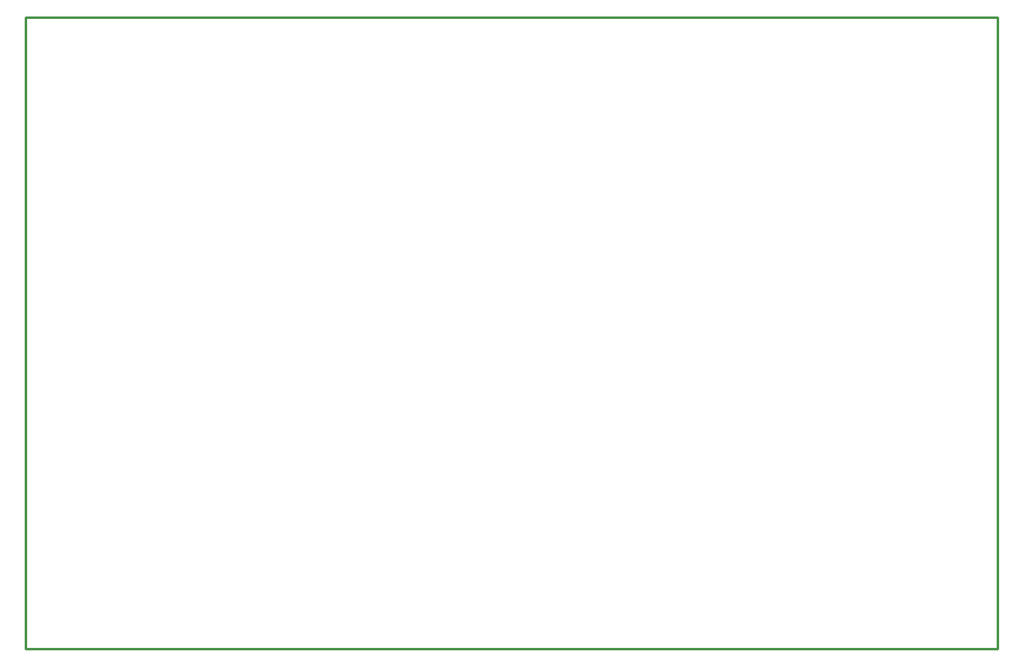
<source format=gko>
G04 Layer: BoardOutlineLayer*
G04 EasyEDA v6.5.22, 2024-08-28 16:03:03*
G04 fc1e3732016e4acc899c86b879ae2791,10*
G04 Gerber Generator version 0.2*
G04 Scale: 100 percent, Rotated: No, Reflected: No *
G04 Dimensions in millimeters *
G04 leading zeros omitted , absolute positions ,4 integer and 5 decimal *
%FSLAX45Y45*%
%MOMM*%

%ADD10C,0.2540*%
D10*
X0Y0D02*
G01*
X9999985Y0D01*
X9999985Y6499987D02*
G01*
X9999985Y0D01*
X0Y6499987D02*
G01*
X9999985Y6499987D01*
X0Y0D02*
G01*
X0Y6499987D01*

%LPD*%
M02*

</source>
